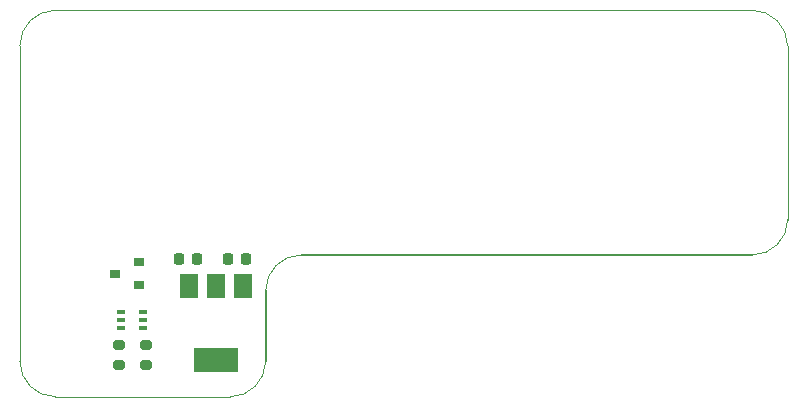
<source format=gbr>
G04 #@! TF.GenerationSoftware,KiCad,Pcbnew,(6.0.1)*
G04 #@! TF.CreationDate,2022-12-09T16:57:18+00:00*
G04 #@! TF.ProjectId,retropie-hat-2L,72657472-6f70-4696-952d-6861742d324c,rev?*
G04 #@! TF.SameCoordinates,Original*
G04 #@! TF.FileFunction,Paste,Top*
G04 #@! TF.FilePolarity,Positive*
%FSLAX46Y46*%
G04 Gerber Fmt 4.6, Leading zero omitted, Abs format (unit mm)*
G04 Created by KiCad (PCBNEW (6.0.1)) date 2022-12-09 16:57:18*
%MOMM*%
%LPD*%
G01*
G04 APERTURE LIST*
G04 Aperture macros list*
%AMRoundRect*
0 Rectangle with rounded corners*
0 $1 Rounding radius*
0 $2 $3 $4 $5 $6 $7 $8 $9 X,Y pos of 4 corners*
0 Add a 4 corners polygon primitive as box body*
4,1,4,$2,$3,$4,$5,$6,$7,$8,$9,$2,$3,0*
0 Add four circle primitives for the rounded corners*
1,1,$1+$1,$2,$3*
1,1,$1+$1,$4,$5*
1,1,$1+$1,$6,$7*
1,1,$1+$1,$8,$9*
0 Add four rect primitives between the rounded corners*
20,1,$1+$1,$2,$3,$4,$5,0*
20,1,$1+$1,$4,$5,$6,$7,0*
20,1,$1+$1,$6,$7,$8,$9,0*
20,1,$1+$1,$8,$9,$2,$3,0*%
G04 Aperture macros list end*
G04 #@! TA.AperFunction,Profile*
%ADD10C,0.100000*%
G04 #@! TD*
G04 #@! TA.AperFunction,Profile*
%ADD11C,0.150000*%
G04 #@! TD*
%ADD12RoundRect,0.200000X-0.275000X0.200000X-0.275000X-0.200000X0.275000X-0.200000X0.275000X0.200000X0*%
%ADD13R,0.900000X0.800000*%
%ADD14RoundRect,0.225000X-0.225000X-0.250000X0.225000X-0.250000X0.225000X0.250000X-0.225000X0.250000X0*%
%ADD15R,0.650000X0.400000*%
%ADD16R,1.500000X2.000000*%
%ADD17R,3.800000X2.000000*%
G04 APERTURE END LIST*
D10*
X143510000Y-65024000D02*
X143499680Y-50291999D01*
X78499680Y-50291999D02*
X78499680Y-77013320D01*
D11*
X99314000Y-77018556D02*
X99314000Y-71013528D01*
D10*
X96314005Y-80013321D02*
G75*
G03*
X99314000Y-77018556I-2J3000002D01*
G01*
X140499680Y-47291999D02*
X81499680Y-47291999D01*
X81499680Y-80013320D02*
X96314005Y-80013320D01*
X102313995Y-68018763D02*
G75*
G03*
X99314000Y-71013528I2J-3000002D01*
G01*
D11*
X140510005Y-68018764D02*
X102313995Y-68018764D01*
D10*
X143499680Y-50291999D02*
G75*
G03*
X140499680Y-47291999I-3000001J-1D01*
G01*
X81499680Y-47291999D02*
G75*
G03*
X78499680Y-50291999I1J-3000001D01*
G01*
X140510005Y-68018765D02*
G75*
G03*
X143510000Y-65024000I-2J3000002D01*
G01*
X78499680Y-77013320D02*
G75*
G03*
X81499680Y-80013320I3000001J1D01*
G01*
D12*
X89154000Y-75675000D03*
X89154000Y-77325000D03*
X86868000Y-75675000D03*
X86868000Y-77325000D03*
D13*
X88600000Y-70550000D03*
X88600000Y-68650000D03*
X86600000Y-69600000D03*
D14*
X91935000Y-68326000D03*
X93485000Y-68326000D03*
D15*
X88961000Y-74183000D03*
X88961000Y-73533000D03*
X88961000Y-72883000D03*
X87061000Y-72883000D03*
X87061000Y-73533000D03*
X87061000Y-74183000D03*
D16*
X97423000Y-70637000D03*
D17*
X95123000Y-76937000D03*
D16*
X95123000Y-70637000D03*
X92823000Y-70637000D03*
D14*
X96126000Y-68326000D03*
X97676000Y-68326000D03*
M02*

</source>
